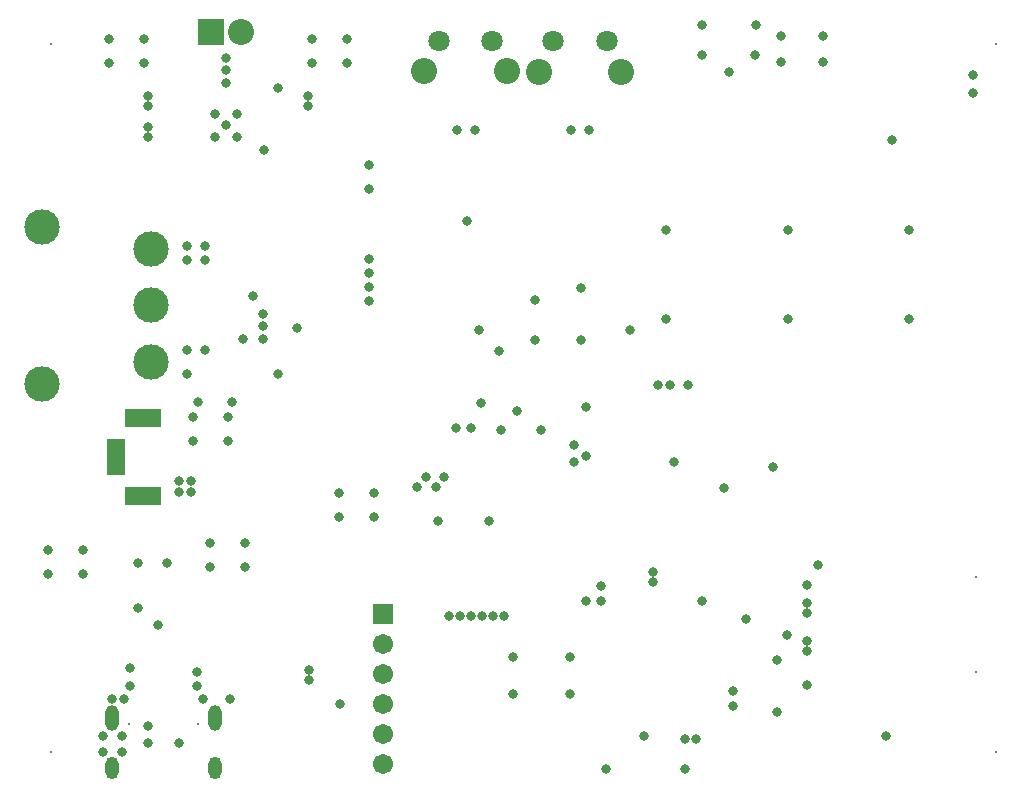
<source format=gbs>
G04*
G04 #@! TF.GenerationSoftware,Altium Limited,Altium Designer,23.1.1 (15)*
G04*
G04 Layer_Color=16711935*
%FSLAX25Y25*%
%MOIN*%
G70*
G04*
G04 #@! TF.SameCoordinates,D44E4BA0-DF0F-404E-B2C4-BA9F40E5660F*
G04*
G04*
G04 #@! TF.FilePolarity,Negative*
G04*
G01*
G75*
%ADD121O,0.04343X0.07493*%
%ADD122O,0.04343X0.08674*%
%ADD123C,0.00800*%
%ADD124R,0.06706X0.06706*%
%ADD125C,0.06706*%
%ADD126C,0.08674*%
%ADD127C,0.07099*%
%ADD128R,0.08674X0.08674*%
%ADD129R,0.06299X0.12205*%
%ADD130R,0.12205X0.06299*%
%ADD131C,0.00394*%
%ADD132C,0.11824*%
%ADD133R,0.00800X0.00800*%
%ADD134C,0.03162*%
D121*
X30352Y4650D02*
D03*
X64407D02*
D03*
D122*
X30352Y21106D02*
D03*
X64407D02*
D03*
D123*
X58758Y19138D02*
D03*
X36002D02*
D03*
X318300Y68221D02*
D03*
Y36724D02*
D03*
D124*
X120700Y55821D02*
D03*
D125*
Y45821D02*
D03*
Y35820D02*
D03*
Y25820D02*
D03*
Y15821D02*
D03*
Y5821D02*
D03*
D126*
X134324Y236749D02*
D03*
X161883D02*
D03*
X172432Y236729D02*
D03*
X199991D02*
D03*
X73262Y249932D02*
D03*
D127*
X156962Y246788D02*
D03*
X139245D02*
D03*
X195070Y246769D02*
D03*
X177353D02*
D03*
D128*
X63262Y249932D02*
D03*
D129*
X31648Y108121D02*
D03*
D130*
X40703Y121113D02*
D03*
Y95128D02*
D03*
D131*
X15900Y108121D02*
D03*
D132*
X43110Y177718D02*
D03*
Y158820D02*
D03*
Y139923D02*
D03*
X6890Y132639D02*
D03*
Y185002D02*
D03*
D133*
X324803Y9843D02*
D03*
X324803Y246063D02*
D03*
X9843Y246063D02*
D03*
Y9843D02*
D03*
D134*
X234156Y97826D02*
D03*
X217675Y106725D02*
D03*
X250500Y104756D02*
D03*
X253100Y239866D02*
D03*
Y248527D02*
D03*
X226963Y242071D02*
D03*
Y252171D02*
D03*
X235882Y236700D02*
D03*
X244401Y242071D02*
D03*
X244840Y252383D02*
D03*
X222300Y132172D02*
D03*
X210496Y69851D02*
D03*
X210545Y66446D02*
D03*
X182800Y29141D02*
D03*
X251900Y40465D02*
D03*
X27104Y15100D02*
D03*
Y10000D02*
D03*
X215000Y154400D02*
D03*
X255500D02*
D03*
X296000D02*
D03*
Y183900D02*
D03*
X255500D02*
D03*
X215000D02*
D03*
X106361Y25820D02*
D03*
X165186Y123658D02*
D03*
X153639Y55319D02*
D03*
X142600Y55300D02*
D03*
X95800Y33738D02*
D03*
Y37100D02*
D03*
X184100Y112200D02*
D03*
X173354Y117162D02*
D03*
X138961Y87020D02*
D03*
X117600Y88153D02*
D03*
X171186Y147280D02*
D03*
X186419D02*
D03*
X152600Y150600D02*
D03*
X221100Y14245D02*
D03*
X224907Y14220D02*
D03*
X317100Y235535D02*
D03*
X148631Y186900D02*
D03*
X115800Y160300D02*
D03*
Y165000D02*
D03*
Y169700D02*
D03*
Y174400D02*
D03*
X186419Y164406D02*
D03*
X74000Y147600D02*
D03*
X80600D02*
D03*
X115800Y205632D02*
D03*
X290285Y213882D02*
D03*
X267200Y239866D02*
D03*
Y248527D02*
D03*
X45472Y52200D02*
D03*
X58600Y36502D02*
D03*
X36159Y37760D02*
D03*
X163972Y41500D02*
D03*
Y29141D02*
D03*
X182800Y41500D02*
D03*
X194800Y4321D02*
D03*
X221100D02*
D03*
X288300Y15350D02*
D03*
X171186Y160469D02*
D03*
X184100Y106693D02*
D03*
X188200Y125036D02*
D03*
X159162Y143600D02*
D03*
X95400Y228700D02*
D03*
Y225157D02*
D03*
X42300D02*
D03*
Y228700D02*
D03*
X48501Y72766D02*
D03*
X42364Y18494D02*
D03*
X85400Y231400D02*
D03*
X80857Y210418D02*
D03*
X42300Y214843D02*
D03*
Y218387D02*
D03*
X68262Y241400D02*
D03*
Y237218D02*
D03*
Y233036D02*
D03*
X64500Y215061D02*
D03*
X72024D02*
D03*
Y222500D02*
D03*
X64500D02*
D03*
X68262Y218780D02*
D03*
X317100Y229535D02*
D03*
X188200Y108693D02*
D03*
X188189Y60321D02*
D03*
X216200Y132172D02*
D03*
X212326D02*
D03*
X138038Y98178D02*
D03*
X155919Y87020D02*
D03*
X134809Y101402D02*
D03*
X131809Y98178D02*
D03*
X140821Y101402D02*
D03*
X146300Y55300D02*
D03*
X151104Y217120D02*
D03*
X189212Y217100D02*
D03*
X115800Y197732D02*
D03*
X144961Y117845D02*
D03*
X149961D02*
D03*
X52659Y12800D02*
D03*
X42364D02*
D03*
X36159Y31769D02*
D03*
X193189Y60321D02*
D03*
Y65320D02*
D03*
X160939Y55300D02*
D03*
X157239D02*
D03*
X150000D02*
D03*
X183212Y217100D02*
D03*
X145104Y217120D02*
D03*
X29300Y239466D02*
D03*
Y247566D02*
D03*
X40900Y239466D02*
D03*
Y247566D02*
D03*
X96800Y239466D02*
D03*
Y247566D02*
D03*
X108400Y239466D02*
D03*
Y247566D02*
D03*
X38900Y57766D02*
D03*
Y72766D02*
D03*
X57300Y121520D02*
D03*
Y113420D02*
D03*
X68900Y121520D02*
D03*
Y113420D02*
D03*
X117600Y96253D02*
D03*
X106000D02*
D03*
Y88153D02*
D03*
X62800Y79650D02*
D03*
Y71550D02*
D03*
X74400Y79650D02*
D03*
Y71550D02*
D03*
X20500Y77400D02*
D03*
Y69300D02*
D03*
X8900D02*
D03*
Y77400D02*
D03*
X261738Y46903D02*
D03*
X226979Y60321D02*
D03*
X261714Y43417D02*
D03*
X202938Y150600D02*
D03*
X159987Y117162D02*
D03*
X153070Y126367D02*
D03*
X207700Y15321D02*
D03*
X69407Y27477D02*
D03*
X60459D02*
D03*
X30352D02*
D03*
X58600Y31769D02*
D03*
X33600Y10000D02*
D03*
Y15100D02*
D03*
X34300Y27477D02*
D03*
X251900Y23400D02*
D03*
X261714Y56094D02*
D03*
X237092Y25321D02*
D03*
X237100Y30321D02*
D03*
X241700Y54131D02*
D03*
X265528Y72200D02*
D03*
X261714Y32300D02*
D03*
X255300Y49000D02*
D03*
X261714Y59556D02*
D03*
Y65465D02*
D03*
X85436Y136000D02*
D03*
X77100Y161800D02*
D03*
X58900Y126700D02*
D03*
X70240D02*
D03*
X55250Y136021D02*
D03*
X91977Y151158D02*
D03*
X55250Y143820D02*
D03*
X61300D02*
D03*
X55250Y178718D02*
D03*
X61300D02*
D03*
X80600Y151741D02*
D03*
Y155883D02*
D03*
X61300Y173821D02*
D03*
X55250D02*
D03*
X52500Y96700D02*
D03*
X56600D02*
D03*
X52500Y100200D02*
D03*
X56600D02*
D03*
M02*

</source>
